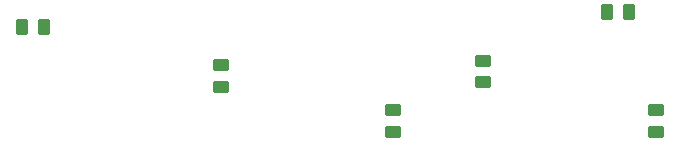
<source format=gbr>
%TF.GenerationSoftware,KiCad,Pcbnew,(6.0.0)*%
%TF.CreationDate,2022-01-08T11:13:19+00:00*%
%TF.ProjectId,Hub,4875622e-6b69-4636-9164-5f7063625858,rev?*%
%TF.SameCoordinates,Original*%
%TF.FileFunction,Paste,Top*%
%TF.FilePolarity,Positive*%
%FSLAX46Y46*%
G04 Gerber Fmt 4.6, Leading zero omitted, Abs format (unit mm)*
G04 Created by KiCad (PCBNEW (6.0.0)) date 2022-01-08 11:13:19*
%MOMM*%
%LPD*%
G01*
G04 APERTURE LIST*
G04 Aperture macros list*
%AMRoundRect*
0 Rectangle with rounded corners*
0 $1 Rounding radius*
0 $2 $3 $4 $5 $6 $7 $8 $9 X,Y pos of 4 corners*
0 Add a 4 corners polygon primitive as box body*
4,1,4,$2,$3,$4,$5,$6,$7,$8,$9,$2,$3,0*
0 Add four circle primitives for the rounded corners*
1,1,$1+$1,$2,$3*
1,1,$1+$1,$4,$5*
1,1,$1+$1,$6,$7*
1,1,$1+$1,$8,$9*
0 Add four rect primitives between the rounded corners*
20,1,$1+$1,$2,$3,$4,$5,0*
20,1,$1+$1,$4,$5,$6,$7,0*
20,1,$1+$1,$6,$7,$8,$9,0*
20,1,$1+$1,$8,$9,$2,$3,0*%
G04 Aperture macros list end*
%ADD10RoundRect,0.250000X0.262500X0.450000X-0.262500X0.450000X-0.262500X-0.450000X0.262500X-0.450000X0*%
%ADD11RoundRect,0.250000X-0.262500X-0.450000X0.262500X-0.450000X0.262500X0.450000X-0.262500X0.450000X0*%
%ADD12RoundRect,0.250000X0.450000X-0.262500X0.450000X0.262500X-0.450000X0.262500X-0.450000X-0.262500X0*%
%ADD13RoundRect,0.250000X-0.450000X0.262500X-0.450000X-0.262500X0.450000X-0.262500X0.450000X0.262500X0*%
G04 APERTURE END LIST*
D10*
%TO.C,R4*%
X146962500Y-85725000D03*
X145137500Y-85725000D03*
%TD*%
D11*
%TO.C,R1*%
X95607500Y-86995000D03*
X97432500Y-86995000D03*
%TD*%
D12*
%TO.C,R2*%
X112395000Y-92075000D03*
X112395000Y-90250000D03*
%TD*%
%TO.C,R3*%
X134620000Y-91717500D03*
X134620000Y-89892500D03*
%TD*%
D13*
%TO.C,R6*%
X149225000Y-94060000D03*
X149225000Y-95885000D03*
%TD*%
%TO.C,R5*%
X127000000Y-94060000D03*
X127000000Y-95885000D03*
%TD*%
M02*

</source>
